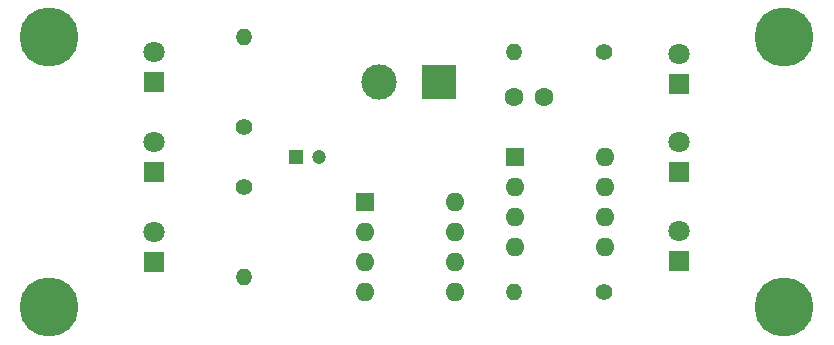
<source format=gbr>
%TF.GenerationSoftware,KiCad,Pcbnew,7.0.9*%
%TF.CreationDate,2024-01-14T11:36:34-03:00*%
%TF.ProjectId,policeLed,706f6c69-6365-44c6-9564-2e6b69636164,rev?*%
%TF.SameCoordinates,Original*%
%TF.FileFunction,Soldermask,Top*%
%TF.FilePolarity,Negative*%
%FSLAX46Y46*%
G04 Gerber Fmt 4.6, Leading zero omitted, Abs format (unit mm)*
G04 Created by KiCad (PCBNEW 7.0.9) date 2024-01-14 11:36:34*
%MOMM*%
%LPD*%
G01*
G04 APERTURE LIST*
%ADD10R,1.600000X1.600000*%
%ADD11O,1.600000X1.600000*%
%ADD12O,1.400000X1.400000*%
%ADD13C,1.400000*%
%ADD14R,3.000000X3.000000*%
%ADD15C,3.000000*%
%ADD16C,5.000000*%
%ADD17R,1.800000X1.800000*%
%ADD18C,1.800000*%
%ADD19R,1.200000X1.200000*%
%ADD20C,1.200000*%
%ADD21C,1.600000*%
G04 APERTURE END LIST*
D10*
%TO.C,U2*%
X123200000Y-110500000D03*
D11*
X123200000Y-113040000D03*
X123200000Y-115580000D03*
X123200000Y-118120000D03*
X130820000Y-118120000D03*
X130820000Y-115580000D03*
X130820000Y-113040000D03*
X130820000Y-110500000D03*
%TD*%
D10*
%TO.C,U1*%
X110500000Y-114310000D03*
D11*
X110500000Y-116850000D03*
X110500000Y-119390000D03*
X110500000Y-121930000D03*
X118120000Y-121930000D03*
X118120000Y-119390000D03*
X118120000Y-116850000D03*
X118120000Y-114310000D03*
%TD*%
D12*
%TO.C,R4*%
X100330000Y-100330000D03*
D13*
X100330000Y-107950000D03*
%TD*%
D12*
%TO.C,R3*%
X123190000Y-101600000D03*
D13*
X130810000Y-101600000D03*
%TD*%
D12*
%TO.C,R2*%
X123190000Y-121920000D03*
D13*
X130810000Y-121920000D03*
%TD*%
D12*
%TO.C,R1*%
X100330000Y-120650000D03*
D13*
X100330000Y-113030000D03*
%TD*%
D14*
%TO.C,J1*%
X116840000Y-104140000D03*
D15*
X111760000Y-104140000D03*
%TD*%
D16*
%TO.C,H4*%
X146050000Y-123190000D03*
%TD*%
%TO.C,H3*%
X83820000Y-123190000D03*
%TD*%
%TO.C,H2*%
X146050000Y-100330000D03*
%TD*%
%TO.C,H1*%
X83820000Y-100330000D03*
%TD*%
D17*
%TO.C,D6*%
X137160000Y-104260000D03*
D18*
X137160000Y-101720000D03*
%TD*%
D17*
%TO.C,D5*%
X137160000Y-111760000D03*
D18*
X137160000Y-109220000D03*
%TD*%
D17*
%TO.C,D4*%
X137160000Y-119260000D03*
D18*
X137160000Y-116720000D03*
%TD*%
D17*
%TO.C,D3*%
X92710000Y-119380000D03*
D18*
X92710000Y-116840000D03*
%TD*%
D17*
%TO.C,D2*%
X92710000Y-111760000D03*
D18*
X92710000Y-109220000D03*
%TD*%
%TO.C,D1*%
X92710000Y-101600000D03*
D17*
X92710000Y-104140000D03*
%TD*%
D19*
%TO.C,C2*%
X104680000Y-110490000D03*
D20*
X106680000Y-110490000D03*
%TD*%
D21*
%TO.C,C1*%
X123190000Y-105410000D03*
X125690000Y-105410000D03*
%TD*%
M02*

</source>
